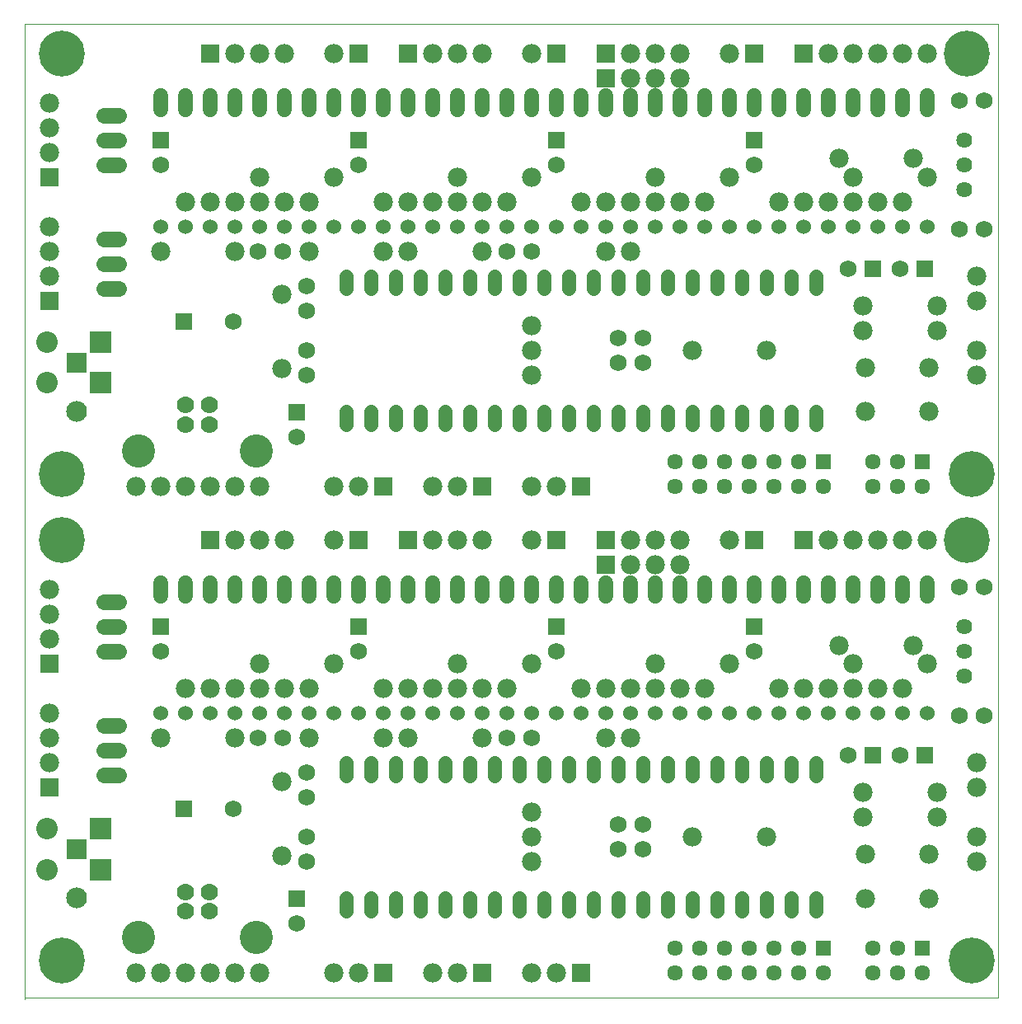
<source format=gts>
G75*
G70*
%OFA0B0*%
%FSLAX24Y24*%
%IPPOS*%
%LPD*%
%AMOC8*
5,1,8,0,0,1.08239X$1,22.5*
%
%ADD10C,0.0000*%
%ADD11C,0.0780*%
%ADD12C,0.0690*%
%ADD13C,0.0700*%
%ADD14C,0.1340*%
%ADD15C,0.0600*%
%ADD16C,0.0600*%
%ADD17R,0.0690X0.0690*%
%ADD18R,0.0780X0.0780*%
%ADD19C,0.0560*%
%ADD20C,0.0640*%
%ADD21R,0.0840X0.0840*%
%ADD22C,0.0840*%
%ADD23C,0.0867*%
%ADD24R,0.0867X0.0867*%
%ADD25C,0.0640*%
%ADD26C,0.0634*%
%ADD27R,0.0634X0.0634*%
%ADD28C,0.1857*%
D10*
X001050Y001483D02*
X001050Y001561D01*
X001050Y040931D01*
X040420Y040931D01*
X040420Y001561D01*
X001050Y001561D01*
D11*
X005550Y002561D03*
X006550Y002561D03*
X007550Y002561D03*
X008550Y002561D03*
X009550Y002561D03*
X010550Y002561D03*
X013550Y002561D03*
X014550Y002561D03*
X017550Y002561D03*
X018550Y002561D03*
X021550Y002561D03*
X022550Y002561D03*
X021550Y007061D03*
X021550Y008061D03*
X021550Y009061D03*
X019550Y012061D03*
X019550Y014061D03*
X018550Y014061D03*
X018550Y015061D03*
X017550Y014061D03*
X016550Y014061D03*
X015550Y014061D03*
X015550Y012061D03*
X016550Y012061D03*
X013550Y015061D03*
X012550Y014061D03*
X011550Y014061D03*
X010550Y014061D03*
X009550Y014061D03*
X010550Y015061D03*
X008550Y014061D03*
X007550Y014061D03*
X006550Y012061D03*
X009550Y012061D03*
X011450Y010311D03*
X012550Y012061D03*
X011450Y007311D03*
X002050Y011061D03*
X002050Y012061D03*
X002050Y013061D03*
X002050Y016061D03*
X002050Y017061D03*
X002050Y018061D03*
X005550Y022246D03*
X006550Y022246D03*
X007550Y022246D03*
X008550Y022246D03*
X009550Y022246D03*
X010550Y022246D03*
X010550Y020061D03*
X009550Y020061D03*
X011550Y020061D03*
X013550Y020061D03*
X013550Y022246D03*
X014550Y022246D03*
X017550Y022246D03*
X018550Y022246D03*
X018550Y020061D03*
X019550Y020061D03*
X017550Y020061D03*
X021550Y020061D03*
X021550Y022246D03*
X022550Y022246D03*
X025550Y020061D03*
X025550Y019061D03*
X026550Y019061D03*
X026550Y020061D03*
X027550Y020061D03*
X027550Y019061D03*
X029550Y020061D03*
X033550Y020061D03*
X034550Y020061D03*
X035550Y020061D03*
X036550Y020061D03*
X037550Y020061D03*
X037000Y015811D03*
X037550Y015061D03*
X036550Y014061D03*
X035550Y014061D03*
X034550Y014061D03*
X034550Y015061D03*
X034000Y015811D03*
X033550Y014061D03*
X032550Y014061D03*
X031550Y014061D03*
X029550Y015061D03*
X028550Y014061D03*
X027550Y014061D03*
X026550Y014061D03*
X025550Y014061D03*
X026550Y015061D03*
X024550Y014061D03*
X023550Y014061D03*
X024550Y012061D03*
X025550Y012061D03*
X028050Y008061D03*
X031050Y008061D03*
X034950Y008861D03*
X034950Y009861D03*
X035076Y007358D03*
X035076Y005578D03*
X037636Y005578D03*
X037636Y007358D03*
X037950Y008861D03*
X037950Y009861D03*
X039550Y010061D03*
X039550Y011061D03*
X039550Y008061D03*
X039550Y007061D03*
X037636Y025263D03*
X037636Y027043D03*
X037950Y028546D03*
X037950Y029546D03*
X039550Y029746D03*
X039550Y030746D03*
X039550Y027746D03*
X039550Y026746D03*
X035076Y027043D03*
X034950Y028546D03*
X034950Y029546D03*
X034550Y033746D03*
X035550Y033746D03*
X036550Y033746D03*
X037550Y034746D03*
X037000Y035496D03*
X034550Y034746D03*
X034000Y035496D03*
X033550Y033746D03*
X032550Y033746D03*
X031550Y033746D03*
X029550Y034746D03*
X028550Y033746D03*
X027550Y033746D03*
X026550Y033746D03*
X025550Y033746D03*
X024550Y033746D03*
X023550Y033746D03*
X024550Y031746D03*
X025550Y031746D03*
X026550Y034746D03*
X026550Y038746D03*
X025550Y038746D03*
X025550Y039746D03*
X026550Y039746D03*
X027550Y039746D03*
X027550Y038746D03*
X029550Y039746D03*
X033550Y039746D03*
X034550Y039746D03*
X035550Y039746D03*
X036550Y039746D03*
X037550Y039746D03*
X031050Y027746D03*
X028050Y027746D03*
X021550Y027746D03*
X021550Y028746D03*
X021550Y026746D03*
X019550Y031746D03*
X019550Y033746D03*
X018550Y033746D03*
X017550Y033746D03*
X016550Y033746D03*
X015550Y033746D03*
X015550Y031746D03*
X016550Y031746D03*
X018550Y034746D03*
X020550Y033746D03*
X021550Y034746D03*
X021550Y039746D03*
X019550Y039746D03*
X018550Y039746D03*
X017550Y039746D03*
X013550Y039746D03*
X011550Y039746D03*
X010550Y039746D03*
X009550Y039746D03*
X010550Y034746D03*
X010550Y033746D03*
X009550Y033746D03*
X008550Y033746D03*
X007550Y033746D03*
X006550Y031746D03*
X009550Y031746D03*
X011450Y029996D03*
X012550Y031746D03*
X012550Y033746D03*
X011550Y033746D03*
X013550Y034746D03*
X011450Y026996D03*
X002050Y030746D03*
X002050Y031746D03*
X002050Y032746D03*
X002050Y035746D03*
X002050Y036746D03*
X002050Y037746D03*
X021550Y015061D03*
X020550Y014061D03*
X035076Y025263D03*
D12*
X034350Y031046D03*
X036450Y031040D03*
X038853Y032646D03*
X039853Y032646D03*
X039853Y037846D03*
X038853Y037846D03*
X030550Y035246D03*
X026050Y028246D03*
X026050Y027246D03*
X025050Y027246D03*
X025050Y028246D03*
X021550Y031746D03*
X020550Y031746D03*
X022550Y035246D03*
X014550Y035246D03*
X011500Y031746D03*
X010500Y031746D03*
X012450Y030346D03*
X012450Y029346D03*
X012450Y027746D03*
X012450Y026746D03*
X012050Y024246D03*
X009500Y028896D03*
X006550Y035246D03*
X006550Y015561D03*
X010500Y012061D03*
X011500Y012061D03*
X012450Y010661D03*
X012450Y009661D03*
X012450Y008061D03*
X012450Y007061D03*
X012050Y004561D03*
X009500Y009211D03*
X014550Y015561D03*
X020550Y012061D03*
X021550Y012061D03*
X022550Y015561D03*
X025050Y008561D03*
X025050Y007561D03*
X026050Y007561D03*
X026050Y008561D03*
X030550Y015561D03*
X034350Y011361D03*
X036450Y011355D03*
X038853Y012961D03*
X039853Y012961D03*
X039853Y018161D03*
X038853Y018161D03*
D13*
X008542Y024746D03*
X008542Y025526D03*
X007558Y025526D03*
X007558Y024746D03*
X007558Y005841D03*
X007558Y005061D03*
X008542Y005061D03*
X008542Y005841D03*
D14*
X010420Y003991D03*
X005680Y003991D03*
X005680Y023676D03*
X010420Y023676D03*
D15*
X010550Y032746D03*
X009550Y032746D03*
X008550Y032746D03*
X007550Y032746D03*
X006550Y032746D03*
X011550Y032746D03*
X012550Y032746D03*
X013550Y032746D03*
X014550Y032746D03*
X015550Y032746D03*
X016550Y032746D03*
X017550Y032746D03*
X018550Y032746D03*
X019550Y032746D03*
X020550Y032746D03*
X021550Y032746D03*
X022550Y032746D03*
X023550Y032746D03*
X024550Y032746D03*
X025550Y032746D03*
X026550Y032746D03*
X027550Y032746D03*
X028550Y032746D03*
X029550Y032746D03*
X030550Y032746D03*
X031550Y032746D03*
X032550Y032746D03*
X033550Y032746D03*
X034550Y032746D03*
X035550Y032746D03*
X036550Y032746D03*
X037550Y032746D03*
X037550Y013061D03*
X036550Y013061D03*
X035550Y013061D03*
X034550Y013061D03*
X033550Y013061D03*
X032550Y013061D03*
X031550Y013061D03*
X030550Y013061D03*
X029550Y013061D03*
X028550Y013061D03*
X027550Y013061D03*
X026550Y013061D03*
X025550Y013061D03*
X024550Y013061D03*
X023550Y013061D03*
X022550Y013061D03*
X021550Y013061D03*
X020550Y013061D03*
X019550Y013061D03*
X018550Y013061D03*
X017550Y013061D03*
X016550Y013061D03*
X015550Y013061D03*
X014550Y013061D03*
X013550Y013061D03*
X012550Y013061D03*
X011550Y013061D03*
X010550Y013061D03*
X009550Y013061D03*
X008550Y013061D03*
X007550Y013061D03*
X006550Y013061D03*
D16*
X006550Y017781D02*
X006550Y018341D01*
X007550Y018341D02*
X007550Y017781D01*
X008550Y017781D02*
X008550Y018341D01*
X009550Y018341D02*
X009550Y017781D01*
X010550Y017781D02*
X010550Y018341D01*
X011550Y018341D02*
X011550Y017781D01*
X012550Y017781D02*
X012550Y018341D01*
X013550Y018341D02*
X013550Y017781D01*
X014550Y017781D02*
X014550Y018341D01*
X015550Y018341D02*
X015550Y017781D01*
X016550Y017781D02*
X016550Y018341D01*
X017550Y018341D02*
X017550Y017781D01*
X018550Y017781D02*
X018550Y018341D01*
X019550Y018341D02*
X019550Y017781D01*
X020550Y017781D02*
X020550Y018341D01*
X021550Y018341D02*
X021550Y017781D01*
X022550Y017781D02*
X022550Y018341D01*
X023550Y018341D02*
X023550Y017781D01*
X024550Y017781D02*
X024550Y018341D01*
X025550Y018341D02*
X025550Y017781D01*
X026550Y017781D02*
X026550Y018341D01*
X027550Y018341D02*
X027550Y017781D01*
X028550Y017781D02*
X028550Y018341D01*
X029550Y018341D02*
X029550Y017781D01*
X030550Y017781D02*
X030550Y018341D01*
X031550Y018341D02*
X031550Y017781D01*
X032550Y017781D02*
X032550Y018341D01*
X033550Y018341D02*
X033550Y017781D01*
X034550Y017781D02*
X034550Y018341D01*
X035550Y018341D02*
X035550Y017781D01*
X036550Y017781D02*
X036550Y018341D01*
X037550Y018341D02*
X037550Y017781D01*
X037550Y037466D02*
X037550Y038026D01*
X036550Y038026D02*
X036550Y037466D01*
X035550Y037466D02*
X035550Y038026D01*
X034550Y038026D02*
X034550Y037466D01*
X033550Y037466D02*
X033550Y038026D01*
X032550Y038026D02*
X032550Y037466D01*
X031550Y037466D02*
X031550Y038026D01*
X030550Y038026D02*
X030550Y037466D01*
X029550Y037466D02*
X029550Y038026D01*
X028550Y038026D02*
X028550Y037466D01*
X027550Y037466D02*
X027550Y038026D01*
X026550Y038026D02*
X026550Y037466D01*
X025550Y037466D02*
X025550Y038026D01*
X024550Y038026D02*
X024550Y037466D01*
X023550Y037466D02*
X023550Y038026D01*
X022550Y038026D02*
X022550Y037466D01*
X021550Y037466D02*
X021550Y038026D01*
X020550Y038026D02*
X020550Y037466D01*
X019550Y037466D02*
X019550Y038026D01*
X018550Y038026D02*
X018550Y037466D01*
X017550Y037466D02*
X017550Y038026D01*
X016550Y038026D02*
X016550Y037466D01*
X015550Y037466D02*
X015550Y038026D01*
X014550Y038026D02*
X014550Y037466D01*
X013550Y037466D02*
X013550Y038026D01*
X012550Y038026D02*
X012550Y037466D01*
X011550Y037466D02*
X011550Y038026D01*
X010550Y038026D02*
X010550Y037466D01*
X009550Y037466D02*
X009550Y038026D01*
X008550Y038026D02*
X008550Y037466D01*
X007550Y037466D02*
X007550Y038026D01*
X006550Y038026D02*
X006550Y037466D01*
D17*
X006550Y036246D03*
X007500Y028896D03*
X012050Y025246D03*
X014550Y016561D03*
X007500Y009211D03*
X012050Y005561D03*
X006550Y016561D03*
X022550Y016561D03*
X030550Y016561D03*
X035350Y011361D03*
X037450Y011355D03*
X037450Y031040D03*
X035350Y031046D03*
X030550Y036246D03*
X022550Y036246D03*
X014550Y036246D03*
D18*
X014550Y039746D03*
X016550Y039746D03*
X022550Y039746D03*
X024550Y039746D03*
X024550Y038746D03*
X030550Y039746D03*
X032550Y039746D03*
X023550Y022246D03*
X022550Y020061D03*
X024550Y020061D03*
X024550Y019061D03*
X019550Y022246D03*
X016550Y020061D03*
X014550Y020061D03*
X015550Y022246D03*
X008550Y020061D03*
X002050Y015061D03*
X002050Y010061D03*
X015550Y002561D03*
X019550Y002561D03*
X023550Y002561D03*
X030550Y020061D03*
X032550Y020061D03*
X008550Y039746D03*
X002050Y034746D03*
X002050Y029746D03*
D19*
X014050Y030226D02*
X014050Y030746D01*
X015050Y030746D02*
X015050Y030226D01*
X016050Y030226D02*
X016050Y030746D01*
X017050Y030746D02*
X017050Y030226D01*
X018050Y030226D02*
X018050Y030746D01*
X019050Y030746D02*
X019050Y030226D01*
X020050Y030226D02*
X020050Y030746D01*
X021050Y030746D02*
X021050Y030226D01*
X022050Y030226D02*
X022050Y030746D01*
X023050Y030746D02*
X023050Y030226D01*
X024050Y030226D02*
X024050Y030746D01*
X025050Y030746D02*
X025050Y030226D01*
X026050Y030226D02*
X026050Y030746D01*
X027050Y030746D02*
X027050Y030226D01*
X028050Y030226D02*
X028050Y030746D01*
X029050Y030746D02*
X029050Y030226D01*
X030050Y030226D02*
X030050Y030746D01*
X031050Y030746D02*
X031050Y030226D01*
X032050Y030226D02*
X032050Y030746D01*
X033050Y030746D02*
X033050Y030226D01*
X033050Y025266D02*
X033050Y024746D01*
X032050Y024746D02*
X032050Y025266D01*
X031050Y025266D02*
X031050Y024746D01*
X030050Y024746D02*
X030050Y025266D01*
X029050Y025266D02*
X029050Y024746D01*
X028050Y024746D02*
X028050Y025266D01*
X027050Y025266D02*
X027050Y024746D01*
X026050Y024746D02*
X026050Y025266D01*
X025050Y025266D02*
X025050Y024746D01*
X024050Y024746D02*
X024050Y025266D01*
X023050Y025266D02*
X023050Y024746D01*
X022050Y024746D02*
X022050Y025266D01*
X021050Y025266D02*
X021050Y024746D01*
X020050Y024746D02*
X020050Y025266D01*
X019050Y025266D02*
X019050Y024746D01*
X018050Y024746D02*
X018050Y025266D01*
X017050Y025266D02*
X017050Y024746D01*
X016050Y024746D02*
X016050Y025266D01*
X015050Y025266D02*
X015050Y024746D01*
X014050Y024746D02*
X014050Y025266D01*
X014050Y011061D02*
X014050Y010541D01*
X015050Y010541D02*
X015050Y011061D01*
X016050Y011061D02*
X016050Y010541D01*
X017050Y010541D02*
X017050Y011061D01*
X018050Y011061D02*
X018050Y010541D01*
X019050Y010541D02*
X019050Y011061D01*
X020050Y011061D02*
X020050Y010541D01*
X021050Y010541D02*
X021050Y011061D01*
X022050Y011061D02*
X022050Y010541D01*
X023050Y010541D02*
X023050Y011061D01*
X024050Y011061D02*
X024050Y010541D01*
X025050Y010541D02*
X025050Y011061D01*
X026050Y011061D02*
X026050Y010541D01*
X027050Y010541D02*
X027050Y011061D01*
X028050Y011061D02*
X028050Y010541D01*
X029050Y010541D02*
X029050Y011061D01*
X030050Y011061D02*
X030050Y010541D01*
X031050Y010541D02*
X031050Y011061D01*
X032050Y011061D02*
X032050Y010541D01*
X033050Y010541D02*
X033050Y011061D01*
X033050Y005581D02*
X033050Y005061D01*
X032050Y005061D02*
X032050Y005581D01*
X031050Y005581D02*
X031050Y005061D01*
X030050Y005061D02*
X030050Y005581D01*
X029050Y005581D02*
X029050Y005061D01*
X028050Y005061D02*
X028050Y005581D01*
X027050Y005581D02*
X027050Y005061D01*
X026050Y005061D02*
X026050Y005581D01*
X025050Y005581D02*
X025050Y005061D01*
X024050Y005061D02*
X024050Y005581D01*
X023050Y005581D02*
X023050Y005061D01*
X022050Y005061D02*
X022050Y005581D01*
X021050Y005581D02*
X021050Y005061D01*
X020050Y005061D02*
X020050Y005581D01*
X019050Y005581D02*
X019050Y005061D01*
X018050Y005061D02*
X018050Y005581D01*
X017050Y005581D02*
X017050Y005061D01*
X016050Y005061D02*
X016050Y005581D01*
X015050Y005581D02*
X015050Y005061D01*
X014050Y005061D02*
X014050Y005581D01*
D20*
X004850Y010561D02*
X004250Y010561D01*
X004250Y011561D02*
X004850Y011561D01*
X004850Y012561D02*
X004250Y012561D01*
X004250Y015561D02*
X004850Y015561D01*
X004850Y016561D02*
X004250Y016561D01*
X004250Y017561D02*
X004850Y017561D01*
X004850Y030246D02*
X004250Y030246D01*
X004250Y031246D02*
X004850Y031246D01*
X004850Y032246D02*
X004250Y032246D01*
X004250Y035246D02*
X004850Y035246D01*
X004850Y036246D02*
X004250Y036246D01*
X004250Y037246D02*
X004850Y037246D01*
D21*
X003150Y027246D03*
X003150Y007561D03*
D22*
X003150Y005593D03*
X003150Y025278D03*
D23*
X001967Y026420D03*
X001967Y028073D03*
X001967Y008388D03*
X001967Y006734D03*
D24*
X004133Y006734D03*
X004133Y008388D03*
X004133Y026420D03*
X004133Y028073D03*
D25*
X039050Y034246D03*
X039050Y035246D03*
X039050Y036246D03*
X039050Y016561D03*
X039050Y015561D03*
X039050Y014561D03*
D26*
X037353Y022246D03*
X036353Y022246D03*
X035353Y022246D03*
X035353Y023246D03*
X036353Y023246D03*
X033353Y022246D03*
X032353Y022246D03*
X031353Y022246D03*
X030353Y022246D03*
X029353Y022246D03*
X028353Y022246D03*
X027353Y022246D03*
X027353Y023246D03*
X028353Y023246D03*
X029353Y023246D03*
X030353Y023246D03*
X031353Y023246D03*
X032353Y023246D03*
X032353Y003561D03*
X032353Y002561D03*
X031353Y002561D03*
X031353Y003561D03*
X030353Y003561D03*
X030353Y002561D03*
X029353Y002561D03*
X029353Y003561D03*
X028353Y003561D03*
X028353Y002561D03*
X027353Y002561D03*
X027353Y003561D03*
X033353Y002561D03*
X035353Y002561D03*
X036353Y002561D03*
X037353Y002561D03*
X036353Y003561D03*
X035353Y003561D03*
D27*
X037353Y003561D03*
X033353Y003561D03*
X033353Y023246D03*
X037353Y023246D03*
D28*
X039353Y022746D03*
X039156Y020061D03*
X039353Y003061D03*
X039156Y039746D03*
X002550Y039746D03*
X002550Y022746D03*
X002550Y020061D03*
X002550Y003061D03*
M02*

</source>
